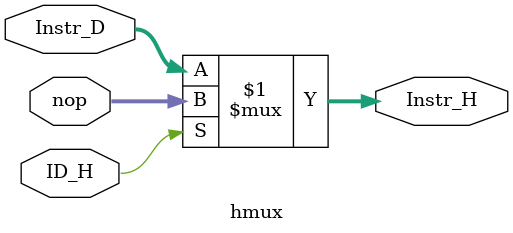
<source format=v>
module hmux #(parameter AWIDTH = 32)(
	//INPUTS TO THE HMUX
	input [AWIDTH-1:0] Instr_D,
	input [AWIDTH-1:0] nop,
	input ID_H,

	//OUTPUTS FROM THE HMUX
	output [AWIDTH-1:0] Instr_H
);
	assign Instr_H = ID_H ? nop : Instr_D;
endmodule

</source>
